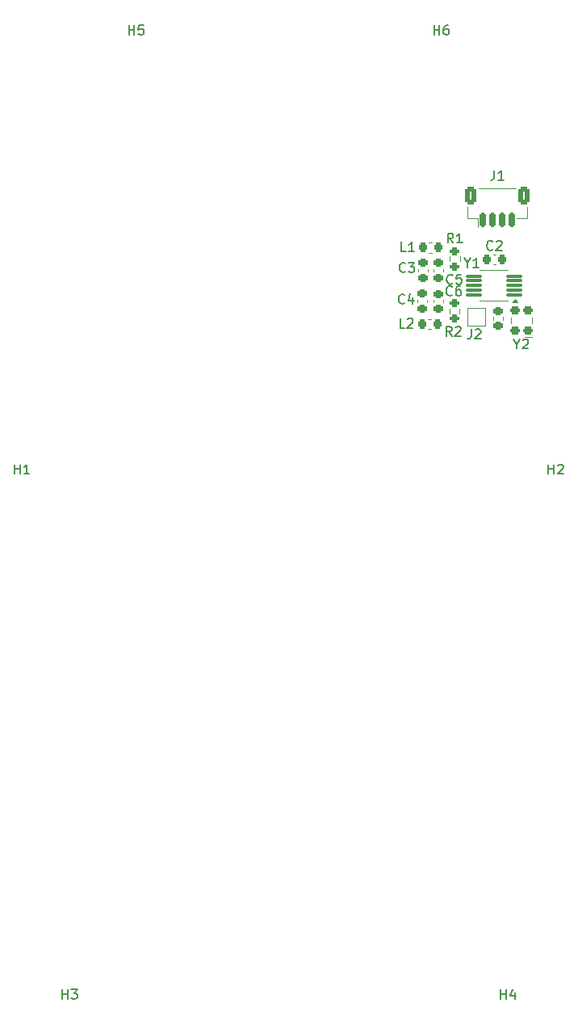
<source format=gbr>
%TF.GenerationSoftware,KiCad,Pcbnew,8.0.8*%
%TF.CreationDate,2025-04-16T18:52:08+01:00*%
%TF.ProjectId,Front_panel_Tx,46726f6e-745f-4706-916e-656c5f54782e,rev?*%
%TF.SameCoordinates,Original*%
%TF.FileFunction,Legend,Top*%
%TF.FilePolarity,Positive*%
%FSLAX46Y46*%
G04 Gerber Fmt 4.6, Leading zero omitted, Abs format (unit mm)*
G04 Created by KiCad (PCBNEW 8.0.8) date 2025-04-16 18:52:08*
%MOMM*%
%LPD*%
G01*
G04 APERTURE LIST*
G04 Aperture macros list*
%AMRoundRect*
0 Rectangle with rounded corners*
0 $1 Rounding radius*
0 $2 $3 $4 $5 $6 $7 $8 $9 X,Y pos of 4 corners*
0 Add a 4 corners polygon primitive as box body*
4,1,4,$2,$3,$4,$5,$6,$7,$8,$9,$2,$3,0*
0 Add four circle primitives for the rounded corners*
1,1,$1+$1,$2,$3*
1,1,$1+$1,$4,$5*
1,1,$1+$1,$6,$7*
1,1,$1+$1,$8,$9*
0 Add four rect primitives between the rounded corners*
20,1,$1+$1,$2,$3,$4,$5,0*
20,1,$1+$1,$4,$5,$6,$7,0*
20,1,$1+$1,$6,$7,$8,$9,0*
20,1,$1+$1,$8,$9,$2,$3,0*%
G04 Aperture macros list end*
%ADD10C,0.150000*%
%ADD11C,0.120000*%
%ADD12C,2.100000*%
%ADD13RoundRect,0.225000X-0.225000X-0.250000X0.225000X-0.250000X0.225000X0.250000X-0.225000X0.250000X0*%
%ADD14RoundRect,0.087500X0.725000X0.087500X-0.725000X0.087500X-0.725000X-0.087500X0.725000X-0.087500X0*%
%ADD15RoundRect,0.225000X0.250000X-0.225000X0.250000X0.225000X-0.250000X0.225000X-0.250000X-0.225000X0*%
%ADD16RoundRect,0.225000X-0.250000X0.225000X-0.250000X-0.225000X0.250000X-0.225000X0.250000X0.225000X0*%
%ADD17RoundRect,0.200000X0.300000X0.200000X-0.300000X0.200000X-0.300000X-0.200000X0.300000X-0.200000X0*%
%ADD18RoundRect,0.250000X-0.350000X-0.650000X0.350000X-0.650000X0.350000X0.650000X-0.350000X0.650000X0*%
%ADD19RoundRect,0.150000X-0.150000X-0.625000X0.150000X-0.625000X0.150000X0.625000X-0.150000X0.625000X0*%
%ADD20RoundRect,0.218750X0.218750X0.256250X-0.218750X0.256250X-0.218750X-0.256250X0.218750X-0.256250X0*%
%ADD21RoundRect,0.200000X0.275000X-0.200000X0.275000X0.200000X-0.275000X0.200000X-0.275000X-0.200000X0*%
%ADD22RoundRect,0.200000X-0.275000X0.200000X-0.275000X-0.200000X0.275000X-0.200000X0.275000X0.200000X0*%
%ADD23R,1.500000X1.500000*%
G04 APERTURE END LIST*
D10*
X145738095Y-43754819D02*
X145738095Y-42754819D01*
X145738095Y-43231009D02*
X146309523Y-43231009D01*
X146309523Y-43754819D02*
X146309523Y-42754819D01*
X147214285Y-42754819D02*
X147023809Y-42754819D01*
X147023809Y-42754819D02*
X146928571Y-42802438D01*
X146928571Y-42802438D02*
X146880952Y-42850057D01*
X146880952Y-42850057D02*
X146785714Y-42992914D01*
X146785714Y-42992914D02*
X146738095Y-43183390D01*
X146738095Y-43183390D02*
X146738095Y-43564342D01*
X146738095Y-43564342D02*
X146785714Y-43659580D01*
X146785714Y-43659580D02*
X146833333Y-43707200D01*
X146833333Y-43707200D02*
X146928571Y-43754819D01*
X146928571Y-43754819D02*
X147119047Y-43754819D01*
X147119047Y-43754819D02*
X147214285Y-43707200D01*
X147214285Y-43707200D02*
X147261904Y-43659580D01*
X147261904Y-43659580D02*
X147309523Y-43564342D01*
X147309523Y-43564342D02*
X147309523Y-43326247D01*
X147309523Y-43326247D02*
X147261904Y-43231009D01*
X147261904Y-43231009D02*
X147214285Y-43183390D01*
X147214285Y-43183390D02*
X147119047Y-43135771D01*
X147119047Y-43135771D02*
X146928571Y-43135771D01*
X146928571Y-43135771D02*
X146833333Y-43183390D01*
X146833333Y-43183390D02*
X146785714Y-43231009D01*
X146785714Y-43231009D02*
X146738095Y-43326247D01*
X113738095Y-43754819D02*
X113738095Y-42754819D01*
X113738095Y-43231009D02*
X114309523Y-43231009D01*
X114309523Y-43754819D02*
X114309523Y-42754819D01*
X115261904Y-42754819D02*
X114785714Y-42754819D01*
X114785714Y-42754819D02*
X114738095Y-43231009D01*
X114738095Y-43231009D02*
X114785714Y-43183390D01*
X114785714Y-43183390D02*
X114880952Y-43135771D01*
X114880952Y-43135771D02*
X115119047Y-43135771D01*
X115119047Y-43135771D02*
X115214285Y-43183390D01*
X115214285Y-43183390D02*
X115261904Y-43231009D01*
X115261904Y-43231009D02*
X115309523Y-43326247D01*
X115309523Y-43326247D02*
X115309523Y-43564342D01*
X115309523Y-43564342D02*
X115261904Y-43659580D01*
X115261904Y-43659580D02*
X115214285Y-43707200D01*
X115214285Y-43707200D02*
X115119047Y-43754819D01*
X115119047Y-43754819D02*
X114880952Y-43754819D01*
X114880952Y-43754819D02*
X114785714Y-43707200D01*
X114785714Y-43707200D02*
X114738095Y-43659580D01*
X152738095Y-144754819D02*
X152738095Y-143754819D01*
X152738095Y-144231009D02*
X153309523Y-144231009D01*
X153309523Y-144754819D02*
X153309523Y-143754819D01*
X154214285Y-144088152D02*
X154214285Y-144754819D01*
X153976190Y-143707200D02*
X153738095Y-144421485D01*
X153738095Y-144421485D02*
X154357142Y-144421485D01*
X106738095Y-144754819D02*
X106738095Y-143754819D01*
X106738095Y-144231009D02*
X107309523Y-144231009D01*
X107309523Y-144754819D02*
X107309523Y-143754819D01*
X107690476Y-143754819D02*
X108309523Y-143754819D01*
X108309523Y-143754819D02*
X107976190Y-144135771D01*
X107976190Y-144135771D02*
X108119047Y-144135771D01*
X108119047Y-144135771D02*
X108214285Y-144183390D01*
X108214285Y-144183390D02*
X108261904Y-144231009D01*
X108261904Y-144231009D02*
X108309523Y-144326247D01*
X108309523Y-144326247D02*
X108309523Y-144564342D01*
X108309523Y-144564342D02*
X108261904Y-144659580D01*
X108261904Y-144659580D02*
X108214285Y-144707200D01*
X108214285Y-144707200D02*
X108119047Y-144754819D01*
X108119047Y-144754819D02*
X107833333Y-144754819D01*
X107833333Y-144754819D02*
X107738095Y-144707200D01*
X107738095Y-144707200D02*
X107690476Y-144659580D01*
X157738095Y-89754819D02*
X157738095Y-88754819D01*
X157738095Y-89231009D02*
X158309523Y-89231009D01*
X158309523Y-89754819D02*
X158309523Y-88754819D01*
X158738095Y-88850057D02*
X158785714Y-88802438D01*
X158785714Y-88802438D02*
X158880952Y-88754819D01*
X158880952Y-88754819D02*
X159119047Y-88754819D01*
X159119047Y-88754819D02*
X159214285Y-88802438D01*
X159214285Y-88802438D02*
X159261904Y-88850057D01*
X159261904Y-88850057D02*
X159309523Y-88945295D01*
X159309523Y-88945295D02*
X159309523Y-89040533D01*
X159309523Y-89040533D02*
X159261904Y-89183390D01*
X159261904Y-89183390D02*
X158690476Y-89754819D01*
X158690476Y-89754819D02*
X159309523Y-89754819D01*
X101738095Y-89754819D02*
X101738095Y-88754819D01*
X101738095Y-89231009D02*
X102309523Y-89231009D01*
X102309523Y-89754819D02*
X102309523Y-88754819D01*
X103309523Y-89754819D02*
X102738095Y-89754819D01*
X103023809Y-89754819D02*
X103023809Y-88754819D01*
X103023809Y-88754819D02*
X102928571Y-88897676D01*
X102928571Y-88897676D02*
X102833333Y-88992914D01*
X102833333Y-88992914D02*
X102738095Y-89040533D01*
X151903333Y-66229580D02*
X151855714Y-66277200D01*
X151855714Y-66277200D02*
X151712857Y-66324819D01*
X151712857Y-66324819D02*
X151617619Y-66324819D01*
X151617619Y-66324819D02*
X151474762Y-66277200D01*
X151474762Y-66277200D02*
X151379524Y-66181961D01*
X151379524Y-66181961D02*
X151331905Y-66086723D01*
X151331905Y-66086723D02*
X151284286Y-65896247D01*
X151284286Y-65896247D02*
X151284286Y-65753390D01*
X151284286Y-65753390D02*
X151331905Y-65562914D01*
X151331905Y-65562914D02*
X151379524Y-65467676D01*
X151379524Y-65467676D02*
X151474762Y-65372438D01*
X151474762Y-65372438D02*
X151617619Y-65324819D01*
X151617619Y-65324819D02*
X151712857Y-65324819D01*
X151712857Y-65324819D02*
X151855714Y-65372438D01*
X151855714Y-65372438D02*
X151903333Y-65420057D01*
X152284286Y-65420057D02*
X152331905Y-65372438D01*
X152331905Y-65372438D02*
X152427143Y-65324819D01*
X152427143Y-65324819D02*
X152665238Y-65324819D01*
X152665238Y-65324819D02*
X152760476Y-65372438D01*
X152760476Y-65372438D02*
X152808095Y-65420057D01*
X152808095Y-65420057D02*
X152855714Y-65515295D01*
X152855714Y-65515295D02*
X152855714Y-65610533D01*
X152855714Y-65610533D02*
X152808095Y-65753390D01*
X152808095Y-65753390D02*
X152236667Y-66324819D01*
X152236667Y-66324819D02*
X152855714Y-66324819D01*
X149243809Y-67648628D02*
X149243809Y-68124819D01*
X148910476Y-67124819D02*
X149243809Y-67648628D01*
X149243809Y-67648628D02*
X149577142Y-67124819D01*
X150434285Y-68124819D02*
X149862857Y-68124819D01*
X150148571Y-68124819D02*
X150148571Y-67124819D01*
X150148571Y-67124819D02*
X150053333Y-67267676D01*
X150053333Y-67267676D02*
X149958095Y-67362914D01*
X149958095Y-67362914D02*
X149862857Y-67410533D01*
X142733333Y-68549580D02*
X142685714Y-68597200D01*
X142685714Y-68597200D02*
X142542857Y-68644819D01*
X142542857Y-68644819D02*
X142447619Y-68644819D01*
X142447619Y-68644819D02*
X142304762Y-68597200D01*
X142304762Y-68597200D02*
X142209524Y-68501961D01*
X142209524Y-68501961D02*
X142161905Y-68406723D01*
X142161905Y-68406723D02*
X142114286Y-68216247D01*
X142114286Y-68216247D02*
X142114286Y-68073390D01*
X142114286Y-68073390D02*
X142161905Y-67882914D01*
X142161905Y-67882914D02*
X142209524Y-67787676D01*
X142209524Y-67787676D02*
X142304762Y-67692438D01*
X142304762Y-67692438D02*
X142447619Y-67644819D01*
X142447619Y-67644819D02*
X142542857Y-67644819D01*
X142542857Y-67644819D02*
X142685714Y-67692438D01*
X142685714Y-67692438D02*
X142733333Y-67740057D01*
X143066667Y-67644819D02*
X143685714Y-67644819D01*
X143685714Y-67644819D02*
X143352381Y-68025771D01*
X143352381Y-68025771D02*
X143495238Y-68025771D01*
X143495238Y-68025771D02*
X143590476Y-68073390D01*
X143590476Y-68073390D02*
X143638095Y-68121009D01*
X143638095Y-68121009D02*
X143685714Y-68216247D01*
X143685714Y-68216247D02*
X143685714Y-68454342D01*
X143685714Y-68454342D02*
X143638095Y-68549580D01*
X143638095Y-68549580D02*
X143590476Y-68597200D01*
X143590476Y-68597200D02*
X143495238Y-68644819D01*
X143495238Y-68644819D02*
X143209524Y-68644819D01*
X143209524Y-68644819D02*
X143114286Y-68597200D01*
X143114286Y-68597200D02*
X143066667Y-68549580D01*
X154433809Y-76168628D02*
X154433809Y-76644819D01*
X154100476Y-75644819D02*
X154433809Y-76168628D01*
X154433809Y-76168628D02*
X154767142Y-75644819D01*
X155052857Y-75740057D02*
X155100476Y-75692438D01*
X155100476Y-75692438D02*
X155195714Y-75644819D01*
X155195714Y-75644819D02*
X155433809Y-75644819D01*
X155433809Y-75644819D02*
X155529047Y-75692438D01*
X155529047Y-75692438D02*
X155576666Y-75740057D01*
X155576666Y-75740057D02*
X155624285Y-75835295D01*
X155624285Y-75835295D02*
X155624285Y-75930533D01*
X155624285Y-75930533D02*
X155576666Y-76073390D01*
X155576666Y-76073390D02*
X155005238Y-76644819D01*
X155005238Y-76644819D02*
X155624285Y-76644819D01*
X152046666Y-57984819D02*
X152046666Y-58699104D01*
X152046666Y-58699104D02*
X151999047Y-58841961D01*
X151999047Y-58841961D02*
X151903809Y-58937200D01*
X151903809Y-58937200D02*
X151760952Y-58984819D01*
X151760952Y-58984819D02*
X151665714Y-58984819D01*
X153046666Y-58984819D02*
X152475238Y-58984819D01*
X152760952Y-58984819D02*
X152760952Y-57984819D01*
X152760952Y-57984819D02*
X152665714Y-58127676D01*
X152665714Y-58127676D02*
X152570476Y-58222914D01*
X152570476Y-58222914D02*
X152475238Y-58270533D01*
X142813333Y-66454819D02*
X142337143Y-66454819D01*
X142337143Y-66454819D02*
X142337143Y-65454819D01*
X143670476Y-66454819D02*
X143099048Y-66454819D01*
X143384762Y-66454819D02*
X143384762Y-65454819D01*
X143384762Y-65454819D02*
X143289524Y-65597676D01*
X143289524Y-65597676D02*
X143194286Y-65692914D01*
X143194286Y-65692914D02*
X143099048Y-65740533D01*
X147593333Y-75324819D02*
X147260000Y-74848628D01*
X147021905Y-75324819D02*
X147021905Y-74324819D01*
X147021905Y-74324819D02*
X147402857Y-74324819D01*
X147402857Y-74324819D02*
X147498095Y-74372438D01*
X147498095Y-74372438D02*
X147545714Y-74420057D01*
X147545714Y-74420057D02*
X147593333Y-74515295D01*
X147593333Y-74515295D02*
X147593333Y-74658152D01*
X147593333Y-74658152D02*
X147545714Y-74753390D01*
X147545714Y-74753390D02*
X147498095Y-74801009D01*
X147498095Y-74801009D02*
X147402857Y-74848628D01*
X147402857Y-74848628D02*
X147021905Y-74848628D01*
X147974286Y-74420057D02*
X148021905Y-74372438D01*
X148021905Y-74372438D02*
X148117143Y-74324819D01*
X148117143Y-74324819D02*
X148355238Y-74324819D01*
X148355238Y-74324819D02*
X148450476Y-74372438D01*
X148450476Y-74372438D02*
X148498095Y-74420057D01*
X148498095Y-74420057D02*
X148545714Y-74515295D01*
X148545714Y-74515295D02*
X148545714Y-74610533D01*
X148545714Y-74610533D02*
X148498095Y-74753390D01*
X148498095Y-74753390D02*
X147926667Y-75324819D01*
X147926667Y-75324819D02*
X148545714Y-75324819D01*
X142653333Y-74444819D02*
X142177143Y-74444819D01*
X142177143Y-74444819D02*
X142177143Y-73444819D01*
X142939048Y-73540057D02*
X142986667Y-73492438D01*
X142986667Y-73492438D02*
X143081905Y-73444819D01*
X143081905Y-73444819D02*
X143320000Y-73444819D01*
X143320000Y-73444819D02*
X143415238Y-73492438D01*
X143415238Y-73492438D02*
X143462857Y-73540057D01*
X143462857Y-73540057D02*
X143510476Y-73635295D01*
X143510476Y-73635295D02*
X143510476Y-73730533D01*
X143510476Y-73730533D02*
X143462857Y-73873390D01*
X143462857Y-73873390D02*
X142891429Y-74444819D01*
X142891429Y-74444819D02*
X143510476Y-74444819D01*
X142653333Y-71839580D02*
X142605714Y-71887200D01*
X142605714Y-71887200D02*
X142462857Y-71934819D01*
X142462857Y-71934819D02*
X142367619Y-71934819D01*
X142367619Y-71934819D02*
X142224762Y-71887200D01*
X142224762Y-71887200D02*
X142129524Y-71791961D01*
X142129524Y-71791961D02*
X142081905Y-71696723D01*
X142081905Y-71696723D02*
X142034286Y-71506247D01*
X142034286Y-71506247D02*
X142034286Y-71363390D01*
X142034286Y-71363390D02*
X142081905Y-71172914D01*
X142081905Y-71172914D02*
X142129524Y-71077676D01*
X142129524Y-71077676D02*
X142224762Y-70982438D01*
X142224762Y-70982438D02*
X142367619Y-70934819D01*
X142367619Y-70934819D02*
X142462857Y-70934819D01*
X142462857Y-70934819D02*
X142605714Y-70982438D01*
X142605714Y-70982438D02*
X142653333Y-71030057D01*
X143510476Y-71268152D02*
X143510476Y-71934819D01*
X143272381Y-70887200D02*
X143034286Y-71601485D01*
X143034286Y-71601485D02*
X143653333Y-71601485D01*
X147643333Y-70979580D02*
X147595714Y-71027200D01*
X147595714Y-71027200D02*
X147452857Y-71074819D01*
X147452857Y-71074819D02*
X147357619Y-71074819D01*
X147357619Y-71074819D02*
X147214762Y-71027200D01*
X147214762Y-71027200D02*
X147119524Y-70931961D01*
X147119524Y-70931961D02*
X147071905Y-70836723D01*
X147071905Y-70836723D02*
X147024286Y-70646247D01*
X147024286Y-70646247D02*
X147024286Y-70503390D01*
X147024286Y-70503390D02*
X147071905Y-70312914D01*
X147071905Y-70312914D02*
X147119524Y-70217676D01*
X147119524Y-70217676D02*
X147214762Y-70122438D01*
X147214762Y-70122438D02*
X147357619Y-70074819D01*
X147357619Y-70074819D02*
X147452857Y-70074819D01*
X147452857Y-70074819D02*
X147595714Y-70122438D01*
X147595714Y-70122438D02*
X147643333Y-70170057D01*
X148500476Y-70074819D02*
X148310000Y-70074819D01*
X148310000Y-70074819D02*
X148214762Y-70122438D01*
X148214762Y-70122438D02*
X148167143Y-70170057D01*
X148167143Y-70170057D02*
X148071905Y-70312914D01*
X148071905Y-70312914D02*
X148024286Y-70503390D01*
X148024286Y-70503390D02*
X148024286Y-70884342D01*
X148024286Y-70884342D02*
X148071905Y-70979580D01*
X148071905Y-70979580D02*
X148119524Y-71027200D01*
X148119524Y-71027200D02*
X148214762Y-71074819D01*
X148214762Y-71074819D02*
X148405238Y-71074819D01*
X148405238Y-71074819D02*
X148500476Y-71027200D01*
X148500476Y-71027200D02*
X148548095Y-70979580D01*
X148548095Y-70979580D02*
X148595714Y-70884342D01*
X148595714Y-70884342D02*
X148595714Y-70646247D01*
X148595714Y-70646247D02*
X148548095Y-70551009D01*
X148548095Y-70551009D02*
X148500476Y-70503390D01*
X148500476Y-70503390D02*
X148405238Y-70455771D01*
X148405238Y-70455771D02*
X148214762Y-70455771D01*
X148214762Y-70455771D02*
X148119524Y-70503390D01*
X148119524Y-70503390D02*
X148071905Y-70551009D01*
X148071905Y-70551009D02*
X148024286Y-70646247D01*
X147693333Y-69779580D02*
X147645714Y-69827200D01*
X147645714Y-69827200D02*
X147502857Y-69874819D01*
X147502857Y-69874819D02*
X147407619Y-69874819D01*
X147407619Y-69874819D02*
X147264762Y-69827200D01*
X147264762Y-69827200D02*
X147169524Y-69731961D01*
X147169524Y-69731961D02*
X147121905Y-69636723D01*
X147121905Y-69636723D02*
X147074286Y-69446247D01*
X147074286Y-69446247D02*
X147074286Y-69303390D01*
X147074286Y-69303390D02*
X147121905Y-69112914D01*
X147121905Y-69112914D02*
X147169524Y-69017676D01*
X147169524Y-69017676D02*
X147264762Y-68922438D01*
X147264762Y-68922438D02*
X147407619Y-68874819D01*
X147407619Y-68874819D02*
X147502857Y-68874819D01*
X147502857Y-68874819D02*
X147645714Y-68922438D01*
X147645714Y-68922438D02*
X147693333Y-68970057D01*
X148598095Y-68874819D02*
X148121905Y-68874819D01*
X148121905Y-68874819D02*
X148074286Y-69351009D01*
X148074286Y-69351009D02*
X148121905Y-69303390D01*
X148121905Y-69303390D02*
X148217143Y-69255771D01*
X148217143Y-69255771D02*
X148455238Y-69255771D01*
X148455238Y-69255771D02*
X148550476Y-69303390D01*
X148550476Y-69303390D02*
X148598095Y-69351009D01*
X148598095Y-69351009D02*
X148645714Y-69446247D01*
X148645714Y-69446247D02*
X148645714Y-69684342D01*
X148645714Y-69684342D02*
X148598095Y-69779580D01*
X148598095Y-69779580D02*
X148550476Y-69827200D01*
X148550476Y-69827200D02*
X148455238Y-69874819D01*
X148455238Y-69874819D02*
X148217143Y-69874819D01*
X148217143Y-69874819D02*
X148121905Y-69827200D01*
X148121905Y-69827200D02*
X148074286Y-69779580D01*
X147753333Y-65544819D02*
X147420000Y-65068628D01*
X147181905Y-65544819D02*
X147181905Y-64544819D01*
X147181905Y-64544819D02*
X147562857Y-64544819D01*
X147562857Y-64544819D02*
X147658095Y-64592438D01*
X147658095Y-64592438D02*
X147705714Y-64640057D01*
X147705714Y-64640057D02*
X147753333Y-64735295D01*
X147753333Y-64735295D02*
X147753333Y-64878152D01*
X147753333Y-64878152D02*
X147705714Y-64973390D01*
X147705714Y-64973390D02*
X147658095Y-65021009D01*
X147658095Y-65021009D02*
X147562857Y-65068628D01*
X147562857Y-65068628D02*
X147181905Y-65068628D01*
X148705714Y-65544819D02*
X148134286Y-65544819D01*
X148420000Y-65544819D02*
X148420000Y-64544819D01*
X148420000Y-64544819D02*
X148324762Y-64687676D01*
X148324762Y-64687676D02*
X148229524Y-64782914D01*
X148229524Y-64782914D02*
X148134286Y-64830533D01*
X149646666Y-74594819D02*
X149646666Y-75309104D01*
X149646666Y-75309104D02*
X149599047Y-75451961D01*
X149599047Y-75451961D02*
X149503809Y-75547200D01*
X149503809Y-75547200D02*
X149360952Y-75594819D01*
X149360952Y-75594819D02*
X149265714Y-75594819D01*
X150075238Y-74690057D02*
X150122857Y-74642438D01*
X150122857Y-74642438D02*
X150218095Y-74594819D01*
X150218095Y-74594819D02*
X150456190Y-74594819D01*
X150456190Y-74594819D02*
X150551428Y-74642438D01*
X150551428Y-74642438D02*
X150599047Y-74690057D01*
X150599047Y-74690057D02*
X150646666Y-74785295D01*
X150646666Y-74785295D02*
X150646666Y-74880533D01*
X150646666Y-74880533D02*
X150599047Y-75023390D01*
X150599047Y-75023390D02*
X150027619Y-75594819D01*
X150027619Y-75594819D02*
X150646666Y-75594819D01*
D11*
%TO.C,C2*%
X151929420Y-67810000D02*
X152210580Y-67810000D01*
X151929420Y-66790000D02*
X152210580Y-66790000D01*
%TO.C,Y1*%
X154455000Y-71795000D02*
X153975000Y-71795000D01*
X154215000Y-71465000D01*
X154455000Y-71795000D01*
G36*
X154455000Y-71795000D02*
G01*
X153975000Y-71795000D01*
X154215000Y-71465000D01*
X154455000Y-71795000D01*
G37*
X152002500Y-71640000D02*
X153502500Y-71640000D01*
X152002500Y-71640000D02*
X150502500Y-71640000D01*
X152002500Y-68420000D02*
X153502500Y-68420000D01*
X152002500Y-68420000D02*
X150502500Y-68420000D01*
%TO.C,C1*%
X152990000Y-73610580D02*
X152990000Y-73329420D01*
X151970000Y-73610580D02*
X151970000Y-73329420D01*
%TO.C,C3*%
X145080000Y-68299420D02*
X145080000Y-68580580D01*
X144060000Y-68299420D02*
X144060000Y-68580580D01*
%TO.C,Y2*%
X156020000Y-73370000D02*
X156020000Y-74010000D01*
X155290000Y-75400000D02*
X155980000Y-75400000D01*
X153800000Y-73370000D02*
X153800000Y-74010000D01*
%TO.C,J1*%
X155490000Y-62940000D02*
X154440000Y-62940000D01*
X155490000Y-61790000D02*
X155490000Y-62940000D01*
X150440000Y-59820000D02*
X154320000Y-59820000D01*
X150320000Y-62940000D02*
X150320000Y-63930000D01*
X149270000Y-62940000D02*
X150320000Y-62940000D01*
X149270000Y-61790000D02*
X149270000Y-62940000D01*
%TO.C,L1*%
X145542779Y-66570000D02*
X145217221Y-66570000D01*
X145542779Y-65550000D02*
X145217221Y-65550000D01*
%TO.C,R2*%
X148392500Y-72922258D02*
X148392500Y-72447742D01*
X147347500Y-72922258D02*
X147347500Y-72447742D01*
%TO.C,L2*%
X145452779Y-74540000D02*
X145127221Y-74540000D01*
X145452779Y-73520000D02*
X145127221Y-73520000D01*
%TO.C,C4*%
X145020000Y-71499420D02*
X145020000Y-71780580D01*
X144000000Y-71499420D02*
X144000000Y-71780580D01*
%TO.C,C6*%
X146720000Y-71529420D02*
X146720000Y-71810580D01*
X145700000Y-71529420D02*
X145700000Y-71810580D01*
%TO.C,C5*%
X146740000Y-68299420D02*
X146740000Y-68580580D01*
X145720000Y-68299420D02*
X145720000Y-68580580D01*
%TO.C,R1*%
X148442500Y-66992742D02*
X148442500Y-67467258D01*
X147397500Y-66992742D02*
X147397500Y-67467258D01*
%TO.C,J2*%
X151110000Y-74250000D02*
X149210000Y-74250000D01*
X151110000Y-72350000D02*
X151110000Y-74250000D01*
X149210000Y-74250000D02*
X149210000Y-72350000D01*
X149210000Y-72350000D02*
X151110000Y-72350000D01*
%TD*%
%LPC*%
D12*
%TO.C,H6*%
X146500000Y-46500000D03*
%TD*%
%TO.C,H5*%
X114500000Y-46500000D03*
%TD*%
%TO.C,H4*%
X153500000Y-147500000D03*
%TD*%
%TO.C,H3*%
X107500000Y-147500000D03*
%TD*%
%TO.C,H2*%
X158500000Y-92500000D03*
%TD*%
%TO.C,H1*%
X102500000Y-92500000D03*
%TD*%
D13*
%TO.C,C2*%
X152845000Y-67300000D03*
X151295000Y-67300000D03*
%TD*%
D14*
%TO.C,Y1*%
X149890000Y-71030000D03*
X149890000Y-70530000D03*
X149890000Y-70030000D03*
X149890000Y-69530000D03*
X149890000Y-69030000D03*
X154115000Y-69030000D03*
X154115000Y-69530000D03*
X154115000Y-70030000D03*
X154115000Y-70530000D03*
X154115000Y-71030000D03*
%TD*%
D15*
%TO.C,C1*%
X152480000Y-72695000D03*
X152480000Y-74245000D03*
%TD*%
D16*
%TO.C,C3*%
X144570000Y-69215000D03*
X144570000Y-67665000D03*
%TD*%
D17*
%TO.C,Y2*%
X154210000Y-74740000D03*
X154210000Y-72640000D03*
X155610000Y-72640000D03*
X155610000Y-74740000D03*
%TD*%
D18*
%TO.C,J1*%
X155180000Y-60630000D03*
X149580000Y-60630000D03*
D19*
X153880000Y-63155000D03*
X152880000Y-63155000D03*
X151880000Y-63155000D03*
X150880000Y-63155000D03*
%TD*%
D20*
%TO.C,L1*%
X144592500Y-66060000D03*
X146167500Y-66060000D03*
%TD*%
D21*
%TO.C,R2*%
X147870000Y-71860000D03*
X147870000Y-73510000D03*
%TD*%
D20*
%TO.C,L2*%
X144502500Y-74030000D03*
X146077500Y-74030000D03*
%TD*%
D16*
%TO.C,C4*%
X144510000Y-72415000D03*
X144510000Y-70865000D03*
%TD*%
%TO.C,C6*%
X146210000Y-72445000D03*
X146210000Y-70895000D03*
%TD*%
%TO.C,C5*%
X146230000Y-69215000D03*
X146230000Y-67665000D03*
%TD*%
D22*
%TO.C,R1*%
X147920000Y-68055000D03*
X147920000Y-66405000D03*
%TD*%
D23*
%TO.C,J2*%
X150160000Y-73300000D03*
%TD*%
%LPD*%
M02*

</source>
